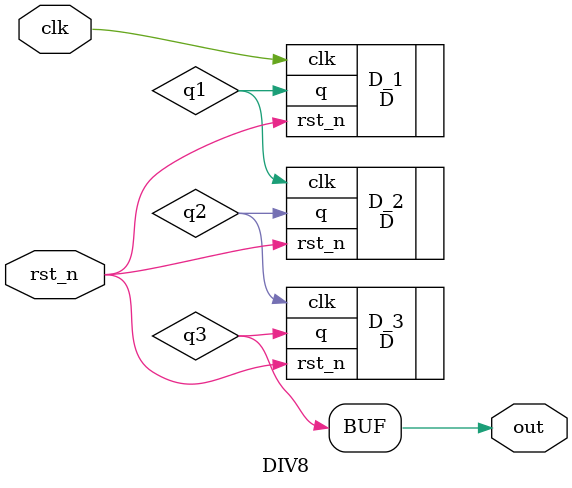
<source format=v>
module DIV8 (
	input wire clk,
	input wire rst_n,
	output wire out
);
	wire q1;
	wire q2;
	wire q3;

	assign out = q3;

	D D_1 (
		.clk(clk),
		.rst_n(rst_n),
		.q(q1)
	);

	D D_2 (
		.clk(q1),
		.rst_n(rst_n),
		.q(q2)
	);

	D D_3 (
		.clk(q2),
		.rst_n(rst_n),
		.q(q3)
	);

endmodule 
</source>
